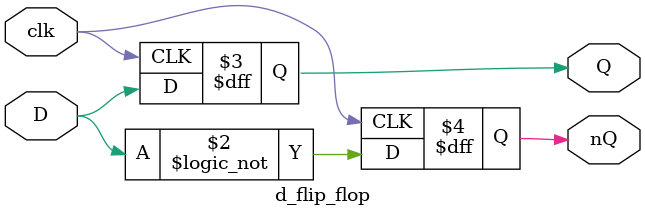
<source format=v>
module d_flip_flop(
input D, clk,
output reg Q, 
output reg nQ);


always @(posedge clk)
begin
	Q <= D;
	nQ <= !D;
end

endmodule

</source>
